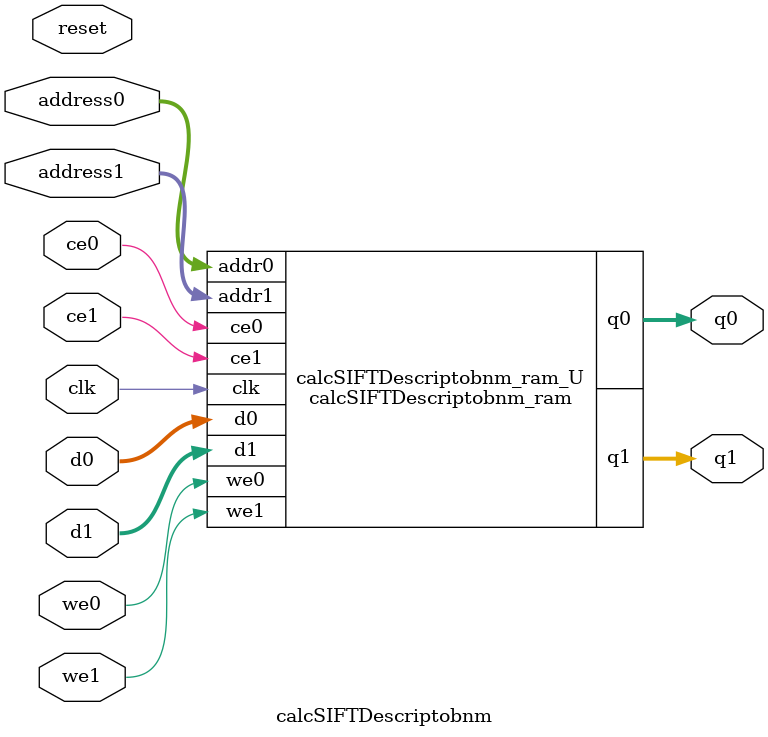
<source format=v>

`timescale 1 ns / 1 ps
module calcSIFTDescriptobnm_ram (addr0, ce0, d0, we0, q0, addr1, ce1, d1, we1, q1,  clk);

parameter DWIDTH = 32;
parameter AWIDTH = 7;
parameter MEM_SIZE = 128;

input[AWIDTH-1:0] addr0;
input ce0;
input[DWIDTH-1:0] d0;
input we0;
output reg[DWIDTH-1:0] q0;
input[AWIDTH-1:0] addr1;
input ce1;
input[DWIDTH-1:0] d1;
input we1;
output reg[DWIDTH-1:0] q1;
input clk;

(* ram_style = "block" *)reg [DWIDTH-1:0] ram[0:MEM_SIZE-1];




always @(posedge clk)  
begin 
    if (ce0) 
    begin
        if (we0) 
        begin 
            ram[addr0] <= d0; 
            q0 <= d0;
        end 
        else 
            q0 <= ram[addr0];
    end
end


always @(posedge clk)  
begin 
    if (ce1) 
    begin
        if (we1) 
        begin 
            ram[addr1] <= d1; 
            q1 <= d1;
        end 
        else 
            q1 <= ram[addr1];
    end
end


endmodule


`timescale 1 ns / 1 ps
module calcSIFTDescriptobnm(
    reset,
    clk,
    address0,
    ce0,
    we0,
    d0,
    q0,
    address1,
    ce1,
    we1,
    d1,
    q1);

parameter DataWidth = 32'd32;
parameter AddressRange = 32'd128;
parameter AddressWidth = 32'd7;
input reset;
input clk;
input[AddressWidth - 1:0] address0;
input ce0;
input we0;
input[DataWidth - 1:0] d0;
output[DataWidth - 1:0] q0;
input[AddressWidth - 1:0] address1;
input ce1;
input we1;
input[DataWidth - 1:0] d1;
output[DataWidth - 1:0] q1;



calcSIFTDescriptobnm_ram calcSIFTDescriptobnm_ram_U(
    .clk( clk ),
    .addr0( address0 ),
    .ce0( ce0 ),
    .we0( we0 ),
    .d0( d0 ),
    .q0( q0 ),
    .addr1( address1 ),
    .ce1( ce1 ),
    .we1( we1 ),
    .d1( d1 ),
    .q1( q1 ));

endmodule


</source>
